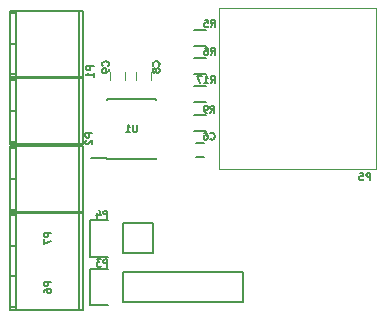
<source format=gbo>
G04 #@! TF.FileFunction,Legend,Bot*
%FSLAX46Y46*%
G04 Gerber Fmt 4.6, Leading zero omitted, Abs format (unit mm)*
G04 Created by KiCad (PCBNEW 4.0.4-1.fc24-product) date Wed Jun 13 10:34:08 2018*
%MOMM*%
%LPD*%
G01*
G04 APERTURE LIST*
%ADD10C,0.100000*%
%ADD11C,0.120000*%
%ADD12C,0.150000*%
G04 APERTURE END LIST*
D10*
D11*
X156300000Y-91760000D02*
X156300000Y-78140000D01*
X142990000Y-91760000D02*
X142990000Y-78140000D01*
X156300000Y-91760000D02*
X142990000Y-91760000D01*
X156300000Y-78140000D02*
X142990000Y-78140000D01*
D12*
X141750000Y-89500000D02*
X141050000Y-89500000D01*
X141050000Y-90700000D02*
X141750000Y-90700000D01*
X125799040Y-89780920D02*
X125799040Y-95379080D01*
X125301200Y-95180960D02*
X125799040Y-95180960D01*
X125799040Y-89979040D02*
X125301200Y-89979040D01*
X125301200Y-92580000D02*
X125799040Y-92580000D01*
X131100020Y-95379080D02*
X131100020Y-89780920D01*
X125301200Y-95379080D02*
X125301200Y-89780920D01*
X125301200Y-89780920D02*
X131498800Y-89780920D01*
X131498800Y-89780920D02*
X131498800Y-95379080D01*
X131498800Y-95379080D02*
X125301200Y-95379080D01*
X141914739Y-79960261D02*
X140914739Y-79960261D01*
X140914739Y-81310261D02*
X141914739Y-81310261D01*
X140900000Y-88525000D02*
X141900000Y-88525000D01*
X141900000Y-87175000D02*
X140900000Y-87175000D01*
X140900000Y-86075000D02*
X141900000Y-86075000D01*
X141900000Y-84725000D02*
X140900000Y-84725000D01*
X133525000Y-90925000D02*
X133525000Y-90780000D01*
X137675000Y-90925000D02*
X137675000Y-90780000D01*
X137675000Y-85775000D02*
X137675000Y-85920000D01*
X133525000Y-85775000D02*
X133525000Y-85920000D01*
X133525000Y-90925000D02*
X137675000Y-90925000D01*
X133525000Y-85775000D02*
X137675000Y-85775000D01*
X133525000Y-90780000D02*
X132125000Y-90780000D01*
X125804064Y-84044764D02*
X125804064Y-89642924D01*
X125306224Y-89444804D02*
X125804064Y-89444804D01*
X125804064Y-84242884D02*
X125306224Y-84242884D01*
X125306224Y-86843844D02*
X125804064Y-86843844D01*
X131105044Y-89642924D02*
X131105044Y-84044764D01*
X125306224Y-89642924D02*
X125306224Y-84044764D01*
X125306224Y-84044764D02*
X131503824Y-84044764D01*
X131503824Y-84044764D02*
X131503824Y-89642924D01*
X131503824Y-89642924D02*
X125306224Y-89642924D01*
X131498800Y-95440440D02*
X131498800Y-103639560D01*
X131100020Y-95440440D02*
X131100020Y-103639560D01*
X125799040Y-95440440D02*
X125799040Y-103639560D01*
X125301200Y-103639560D02*
X125301200Y-95440440D01*
X125799040Y-98239520D02*
X125301200Y-98239520D01*
X125301200Y-103438900D02*
X125799040Y-103438900D01*
X125799040Y-95638560D02*
X125301200Y-95638560D01*
X125301200Y-100837940D02*
X125799040Y-100837940D01*
X125301200Y-95440440D02*
X131498800Y-95440440D01*
X131498800Y-103637020D02*
X125301200Y-103637020D01*
X125799040Y-78330920D02*
X125799040Y-83929080D01*
X125301200Y-83730960D02*
X125799040Y-83730960D01*
X125799040Y-78529040D02*
X125301200Y-78529040D01*
X125301200Y-81130000D02*
X125799040Y-81130000D01*
X131100020Y-83929080D02*
X131100020Y-78330920D01*
X125301200Y-83929080D02*
X125301200Y-78330920D01*
X125301200Y-78330920D02*
X131498800Y-78330920D01*
X131498800Y-78330920D02*
X131498800Y-83929080D01*
X131498800Y-83929080D02*
X125301200Y-83929080D01*
X141900000Y-82325000D02*
X140900000Y-82325000D01*
X140900000Y-83675000D02*
X141900000Y-83675000D01*
D11*
X137200000Y-84200000D02*
X137200000Y-83500000D01*
X136000000Y-83500000D02*
X136000000Y-84200000D01*
X135000000Y-84200000D02*
X135000000Y-83500000D01*
X133800000Y-83500000D02*
X133800000Y-84200000D01*
D12*
X133630000Y-100190000D02*
X132080000Y-100190000D01*
X132080000Y-100190000D02*
X132080000Y-103290000D01*
X132080000Y-103290000D02*
X133630000Y-103290000D01*
X134900000Y-103010000D02*
X145060000Y-103010000D01*
X145060000Y-103010000D02*
X145060000Y-100470000D01*
X145060000Y-100470000D02*
X134900000Y-100470000D01*
X134900000Y-103010000D02*
X134900000Y-100470000D01*
X134870000Y-98870000D02*
X137410000Y-98870000D01*
X132050000Y-99150000D02*
X133600000Y-99150000D01*
X134870000Y-98870000D02*
X134870000Y-96330000D01*
X133600000Y-96050000D02*
X132050000Y-96050000D01*
X132050000Y-96050000D02*
X132050000Y-99150000D01*
X134870000Y-96330000D02*
X137410000Y-96330000D01*
X137410000Y-96330000D02*
X137410000Y-98870000D01*
X155792857Y-92671429D02*
X155792857Y-92071429D01*
X155564285Y-92071429D01*
X155507143Y-92100000D01*
X155478571Y-92128571D01*
X155450000Y-92185714D01*
X155450000Y-92271429D01*
X155478571Y-92328571D01*
X155507143Y-92357143D01*
X155564285Y-92385714D01*
X155792857Y-92385714D01*
X154907143Y-92071429D02*
X155192857Y-92071429D01*
X155221428Y-92357143D01*
X155192857Y-92328571D01*
X155135714Y-92300000D01*
X154992857Y-92300000D01*
X154935714Y-92328571D01*
X154907143Y-92357143D01*
X154878571Y-92414286D01*
X154878571Y-92557143D01*
X154907143Y-92614286D01*
X154935714Y-92642857D01*
X154992857Y-92671429D01*
X155135714Y-92671429D01*
X155192857Y-92642857D01*
X155221428Y-92614286D01*
X142250000Y-89214286D02*
X142278571Y-89242857D01*
X142364285Y-89271429D01*
X142421428Y-89271429D01*
X142507143Y-89242857D01*
X142564285Y-89185714D01*
X142592857Y-89128571D01*
X142621428Y-89014286D01*
X142621428Y-88928571D01*
X142592857Y-88814286D01*
X142564285Y-88757143D01*
X142507143Y-88700000D01*
X142421428Y-88671429D01*
X142364285Y-88671429D01*
X142278571Y-88700000D01*
X142250000Y-88728571D01*
X141735714Y-88671429D02*
X141850000Y-88671429D01*
X141907143Y-88700000D01*
X141935714Y-88728571D01*
X141992857Y-88814286D01*
X142021428Y-88928571D01*
X142021428Y-89157143D01*
X141992857Y-89214286D01*
X141964285Y-89242857D01*
X141907143Y-89271429D01*
X141792857Y-89271429D01*
X141735714Y-89242857D01*
X141707143Y-89214286D01*
X141678571Y-89157143D01*
X141678571Y-89014286D01*
X141707143Y-88957143D01*
X141735714Y-88928571D01*
X141792857Y-88900000D01*
X141907143Y-88900000D01*
X141964285Y-88928571D01*
X141992857Y-88957143D01*
X142021428Y-89014286D01*
X133542857Y-95871429D02*
X133542857Y-95271429D01*
X133314285Y-95271429D01*
X133257143Y-95300000D01*
X133228571Y-95328571D01*
X133200000Y-95385714D01*
X133200000Y-95471429D01*
X133228571Y-95528571D01*
X133257143Y-95557143D01*
X133314285Y-95585714D01*
X133542857Y-95585714D01*
X132685714Y-95471429D02*
X132685714Y-95871429D01*
X132828571Y-95242857D02*
X132971428Y-95671429D01*
X132600000Y-95671429D01*
X142314739Y-79706690D02*
X142514739Y-79420975D01*
X142657596Y-79706690D02*
X142657596Y-79106690D01*
X142429024Y-79106690D01*
X142371882Y-79135261D01*
X142343310Y-79163832D01*
X142314739Y-79220975D01*
X142314739Y-79306690D01*
X142343310Y-79363832D01*
X142371882Y-79392404D01*
X142429024Y-79420975D01*
X142657596Y-79420975D01*
X141771882Y-79106690D02*
X142057596Y-79106690D01*
X142086167Y-79392404D01*
X142057596Y-79363832D01*
X142000453Y-79335261D01*
X141857596Y-79335261D01*
X141800453Y-79363832D01*
X141771882Y-79392404D01*
X141743310Y-79449547D01*
X141743310Y-79592404D01*
X141771882Y-79649547D01*
X141800453Y-79678118D01*
X141857596Y-79706690D01*
X142000453Y-79706690D01*
X142057596Y-79678118D01*
X142086167Y-79649547D01*
X142250000Y-86971429D02*
X142450000Y-86685714D01*
X142592857Y-86971429D02*
X142592857Y-86371429D01*
X142364285Y-86371429D01*
X142307143Y-86400000D01*
X142278571Y-86428571D01*
X142250000Y-86485714D01*
X142250000Y-86571429D01*
X142278571Y-86628571D01*
X142307143Y-86657143D01*
X142364285Y-86685714D01*
X142592857Y-86685714D01*
X141964285Y-86971429D02*
X141850000Y-86971429D01*
X141792857Y-86942857D01*
X141764285Y-86914286D01*
X141707143Y-86828571D01*
X141678571Y-86714286D01*
X141678571Y-86485714D01*
X141707143Y-86428571D01*
X141735714Y-86400000D01*
X141792857Y-86371429D01*
X141907143Y-86371429D01*
X141964285Y-86400000D01*
X141992857Y-86428571D01*
X142021428Y-86485714D01*
X142021428Y-86628571D01*
X141992857Y-86685714D01*
X141964285Y-86714286D01*
X141907143Y-86742857D01*
X141792857Y-86742857D01*
X141735714Y-86714286D01*
X141707143Y-86685714D01*
X141678571Y-86628571D01*
X142285715Y-84471429D02*
X142485715Y-84185714D01*
X142628572Y-84471429D02*
X142628572Y-83871429D01*
X142400000Y-83871429D01*
X142342858Y-83900000D01*
X142314286Y-83928571D01*
X142285715Y-83985714D01*
X142285715Y-84071429D01*
X142314286Y-84128571D01*
X142342858Y-84157143D01*
X142400000Y-84185714D01*
X142628572Y-84185714D01*
X141714286Y-84471429D02*
X142057143Y-84471429D01*
X141885715Y-84471429D02*
X141885715Y-83871429D01*
X141942858Y-83957143D01*
X142000000Y-84014286D01*
X142057143Y-84042857D01*
X141514286Y-83871429D02*
X141114286Y-83871429D01*
X141371429Y-84471429D01*
X136057143Y-88021429D02*
X136057143Y-88507143D01*
X136028571Y-88564286D01*
X136000000Y-88592857D01*
X135942857Y-88621429D01*
X135828571Y-88621429D01*
X135771429Y-88592857D01*
X135742857Y-88564286D01*
X135714286Y-88507143D01*
X135714286Y-88021429D01*
X135114286Y-88621429D02*
X135457143Y-88621429D01*
X135285715Y-88621429D02*
X135285715Y-88021429D01*
X135342858Y-88107143D01*
X135400000Y-88164286D01*
X135457143Y-88192857D01*
X132276453Y-88730987D02*
X131676453Y-88730987D01*
X131676453Y-88959559D01*
X131705024Y-89016701D01*
X131733595Y-89045273D01*
X131790738Y-89073844D01*
X131876453Y-89073844D01*
X131933595Y-89045273D01*
X131962167Y-89016701D01*
X131990738Y-88959559D01*
X131990738Y-88730987D01*
X131733595Y-89302416D02*
X131705024Y-89330987D01*
X131676453Y-89388130D01*
X131676453Y-89530987D01*
X131705024Y-89588130D01*
X131733595Y-89616701D01*
X131790738Y-89645273D01*
X131847881Y-89645273D01*
X131933595Y-89616701D01*
X132276453Y-89273844D01*
X132276453Y-89645273D01*
X133542857Y-100001429D02*
X133542857Y-99401429D01*
X133314285Y-99401429D01*
X133257143Y-99430000D01*
X133228571Y-99458571D01*
X133200000Y-99515714D01*
X133200000Y-99601429D01*
X133228571Y-99658571D01*
X133257143Y-99687143D01*
X133314285Y-99715714D01*
X133542857Y-99715714D01*
X133000000Y-99401429D02*
X132628571Y-99401429D01*
X132828571Y-99630000D01*
X132742857Y-99630000D01*
X132685714Y-99658571D01*
X132657143Y-99687143D01*
X132628571Y-99744286D01*
X132628571Y-99887143D01*
X132657143Y-99944286D01*
X132685714Y-99972857D01*
X132742857Y-100001429D01*
X132914285Y-100001429D01*
X132971428Y-99972857D01*
X133000000Y-99944286D01*
X132366405Y-83043299D02*
X131766405Y-83043299D01*
X131766405Y-83271871D01*
X131794976Y-83329013D01*
X131823547Y-83357585D01*
X131880690Y-83386156D01*
X131966405Y-83386156D01*
X132023547Y-83357585D01*
X132052119Y-83329013D01*
X132080690Y-83271871D01*
X132080690Y-83043299D01*
X132366405Y-83957585D02*
X132366405Y-83614728D01*
X132366405Y-83786156D02*
X131766405Y-83786156D01*
X131852119Y-83729013D01*
X131909262Y-83671871D01*
X131937833Y-83614728D01*
X142300000Y-82071429D02*
X142500000Y-81785714D01*
X142642857Y-82071429D02*
X142642857Y-81471429D01*
X142414285Y-81471429D01*
X142357143Y-81500000D01*
X142328571Y-81528571D01*
X142300000Y-81585714D01*
X142300000Y-81671429D01*
X142328571Y-81728571D01*
X142357143Y-81757143D01*
X142414285Y-81785714D01*
X142642857Y-81785714D01*
X141785714Y-81471429D02*
X141900000Y-81471429D01*
X141957143Y-81500000D01*
X141985714Y-81528571D01*
X142042857Y-81614286D01*
X142071428Y-81728571D01*
X142071428Y-81957143D01*
X142042857Y-82014286D01*
X142014285Y-82042857D01*
X141957143Y-82071429D01*
X141842857Y-82071429D01*
X141785714Y-82042857D01*
X141757143Y-82014286D01*
X141728571Y-81957143D01*
X141728571Y-81814286D01*
X141757143Y-81757143D01*
X141785714Y-81728571D01*
X141842857Y-81700000D01*
X141957143Y-81700000D01*
X142014285Y-81728571D01*
X142042857Y-81757143D01*
X142071428Y-81814286D01*
X137914286Y-83000000D02*
X137942857Y-82971429D01*
X137971429Y-82885715D01*
X137971429Y-82828572D01*
X137942857Y-82742857D01*
X137885714Y-82685715D01*
X137828571Y-82657143D01*
X137714286Y-82628572D01*
X137628571Y-82628572D01*
X137514286Y-82657143D01*
X137457143Y-82685715D01*
X137400000Y-82742857D01*
X137371429Y-82828572D01*
X137371429Y-82885715D01*
X137400000Y-82971429D01*
X137428571Y-83000000D01*
X137628571Y-83342857D02*
X137600000Y-83285715D01*
X137571429Y-83257143D01*
X137514286Y-83228572D01*
X137485714Y-83228572D01*
X137428571Y-83257143D01*
X137400000Y-83285715D01*
X137371429Y-83342857D01*
X137371429Y-83457143D01*
X137400000Y-83514286D01*
X137428571Y-83542857D01*
X137485714Y-83571429D01*
X137514286Y-83571429D01*
X137571429Y-83542857D01*
X137600000Y-83514286D01*
X137628571Y-83457143D01*
X137628571Y-83342857D01*
X137657143Y-83285715D01*
X137685714Y-83257143D01*
X137742857Y-83228572D01*
X137857143Y-83228572D01*
X137914286Y-83257143D01*
X137942857Y-83285715D01*
X137971429Y-83342857D01*
X137971429Y-83457143D01*
X137942857Y-83514286D01*
X137914286Y-83542857D01*
X137857143Y-83571429D01*
X137742857Y-83571429D01*
X137685714Y-83542857D01*
X137657143Y-83514286D01*
X137628571Y-83457143D01*
X133614286Y-83000000D02*
X133642857Y-82971429D01*
X133671429Y-82885715D01*
X133671429Y-82828572D01*
X133642857Y-82742857D01*
X133585714Y-82685715D01*
X133528571Y-82657143D01*
X133414286Y-82628572D01*
X133328571Y-82628572D01*
X133214286Y-82657143D01*
X133157143Y-82685715D01*
X133100000Y-82742857D01*
X133071429Y-82828572D01*
X133071429Y-82885715D01*
X133100000Y-82971429D01*
X133128571Y-83000000D01*
X133671429Y-83285715D02*
X133671429Y-83400000D01*
X133642857Y-83457143D01*
X133614286Y-83485715D01*
X133528571Y-83542857D01*
X133414286Y-83571429D01*
X133185714Y-83571429D01*
X133128571Y-83542857D01*
X133100000Y-83514286D01*
X133071429Y-83457143D01*
X133071429Y-83342857D01*
X133100000Y-83285715D01*
X133128571Y-83257143D01*
X133185714Y-83228572D01*
X133328571Y-83228572D01*
X133385714Y-83257143D01*
X133414286Y-83285715D01*
X133442857Y-83342857D01*
X133442857Y-83457143D01*
X133414286Y-83514286D01*
X133385714Y-83542857D01*
X133328571Y-83571429D01*
X128801429Y-101297143D02*
X128201429Y-101297143D01*
X128201429Y-101525715D01*
X128230000Y-101582857D01*
X128258571Y-101611429D01*
X128315714Y-101640000D01*
X128401429Y-101640000D01*
X128458571Y-101611429D01*
X128487143Y-101582857D01*
X128515714Y-101525715D01*
X128515714Y-101297143D01*
X128201429Y-102154286D02*
X128201429Y-102040000D01*
X128230000Y-101982857D01*
X128258571Y-101954286D01*
X128344286Y-101897143D01*
X128458571Y-101868572D01*
X128687143Y-101868572D01*
X128744286Y-101897143D01*
X128772857Y-101925715D01*
X128801429Y-101982857D01*
X128801429Y-102097143D01*
X128772857Y-102154286D01*
X128744286Y-102182857D01*
X128687143Y-102211429D01*
X128544286Y-102211429D01*
X128487143Y-102182857D01*
X128458571Y-102154286D01*
X128430000Y-102097143D01*
X128430000Y-101982857D01*
X128458571Y-101925715D01*
X128487143Y-101897143D01*
X128544286Y-101868572D01*
X128771429Y-97157143D02*
X128171429Y-97157143D01*
X128171429Y-97385715D01*
X128200000Y-97442857D01*
X128228571Y-97471429D01*
X128285714Y-97500000D01*
X128371429Y-97500000D01*
X128428571Y-97471429D01*
X128457143Y-97442857D01*
X128485714Y-97385715D01*
X128485714Y-97157143D01*
X128171429Y-97700000D02*
X128171429Y-98100000D01*
X128771429Y-97842857D01*
M02*

</source>
